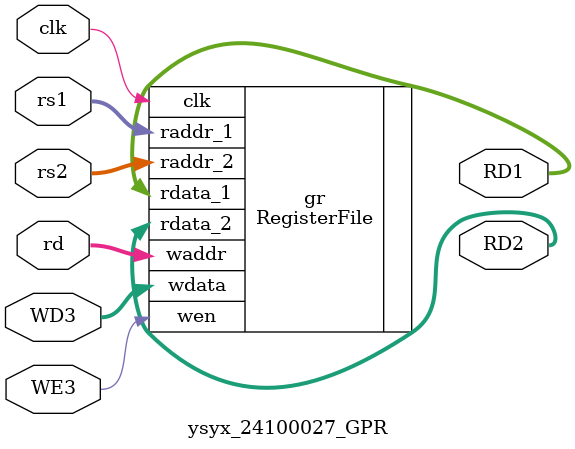
<source format=v>
module ysyx_24100027_GPR(
  input clk,
  input WE3,
  input [4:0] rs1,rs2,rd,
  input [31:0] WD3,
  output [31:0] RD1, RD2
);
    RegisterFile #(5, 32) gr (
        .clk(clk),
        .waddr(rd),
        .wdata(WD3),
        .wen(WE3),
        .raddr_1(rs1),
        .raddr_2(rs2),
        .rdata_1(RD1),
        .rdata_2(RD2),
    );
endmodule
</source>
